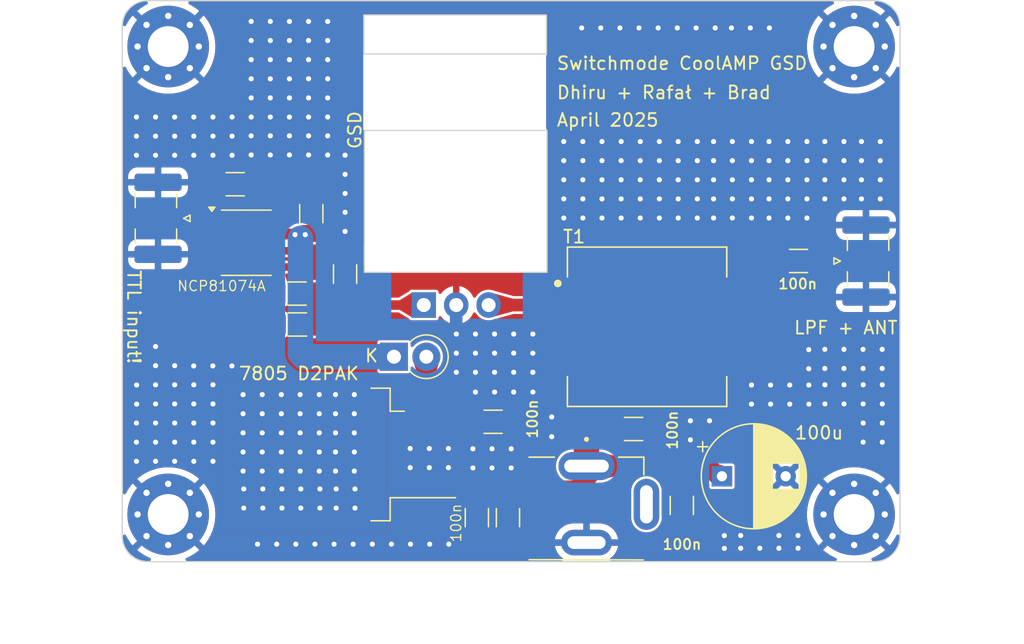
<source format=kicad_pcb>
(kicad_pcb (version 20241229) (generator "pcbnew") (generator_version "9.0")
  (layers (0 "F.Cu" signal) (2 "B.Cu" signal) (13 "F.Paste" user) (5 "F.SilkS" user "F.Silkscreen") (1 "F.Mask" user) (3 "B.Mask" user) (25 "Edge.Cuts" user))
  (net 0 "")
  (net 1 "GND")
  (net 2 "Net-(Q1-G)")
  (net 3 "/DRAIN")
  (net 4 "Net-(RF_OUT1-In)")
  (net 6 "Net-(RF_IN1-In)")
  (net 7 "Net-(C3-Pad2)")
  (net 8 "+VDC")
  (net 9 "4.5V")
  (net 10 "Net-(D1-A)")
  (net 11 "Net-(U2-OUTH)")
  (net 12 "Net-(U2-OUTL)")
  (footprint "Capacitor_SMD:C_1206_3216Metric_Pad1.33x1.80mm_HandSolder" (layer "F.Cu") (at 27.81 40.545986 -90)
    (property "Reference" "C2" (hide yes))
    (property "Value" "100n")
  )
  (footprint "MountingHole:MountingHole_3.2mm_M3_Pad_Via" (layer "F.Cu") (at 3.6 40.3)
    (property "Reference" "H3" (hide yes))
    (property "Value" "MountingHole_Pad" (hide yes))
  )
  (footprint "Connector_Coaxial:SMA_Samtec_SMA-J-P-H-ST-EM1_EdgeMount" (layer "F.Cu") (at 58.58 20.425)
    (property "Reference" "RF_OUT1" (hide yes))
    (property "Value" "SMA" (hide yes))
  )
  (footprint "Capacitor_SMD:C_1206_3216Metric_Pad1.33x1.80mm_HandSolder" (layer "F.Cu") (at 30.25 40.5525 -90)
    (property "Reference" "C12" (hide yes))
    (property "Value" "100n" (hide yes))
  )
  (footprint "footprints:XKB_DC-005-5A-2.0_Modded" (layer "F.Cu") (at 36.41 42.505 90)
    (property "Reference" "Power1" (hide yes))
    (property "Value" "DC-005 (Barrel Jack)" (hide yes))
  )
  (footprint "Resistor_SMD:R_1206_3216Metric_Pad1.30x1.75mm_HandSolder" (layer "F.Cu") (at 13.7 22.975)
    (property "Reference" "R4" (hide yes))
    (property "Value" "3.3" (hide yes))
  )
  (footprint "MountingHole:MountingHole_3.2mm_M3_Pad_Via" (layer "F.Cu") (at 57.4 40.3)
    (property "Reference" "H4" (hide yes))
    (property "Value" "MountingHole_Pad" (hide yes))
  )
  (footprint "PCM_Diode_THT_AKL:D_DO-41_SOD81_P2.54mm_Vertical_KathodeUp" (layer "F.Cu") (at 21.31 27.93)
    (property "Reference" "D1" (hide yes))
    (property "Value" "1N4007" (hide yes))
  )
  (footprint "Resistor_SMD:R_1206_3216Metric_Pad1.30x1.75mm_HandSolder" (layer "F.Cu") (at 17.475 21.45 -90)
    (property "Reference" "Rd1" (hide yes))
    (property "Value" "3.3" (hide yes))
  )
  (footprint "Connector_Coaxial:SMA_Samtec_SMA-J-P-H-ST-EM1_EdgeMount" (layer "F.Cu") (at 2.554 17.075 180)
    (property "Reference" "RF_IN1" (hide yes))
    (property "Value" "SMA" (hide yes))
  )
  (footprint "footprints:TO-220-3_Horizontal_TabDown" (layer "F.Cu") (at 23.65 23.875)
    (property "Reference" "Q1" (hide yes))
    (property "Value" "GSD" (hide yes))
  )
  (footprint "Capacitor_SMD:C_1206_3216Metric_Pad1.33x1.80mm_HandSolder" (layer "F.Cu") (at 8.85 14.4 180)
    (property "Reference" "C7" (hide yes))
    (property "Value" "10u" (hide yes))
  )
  (footprint "Capacitor_SMD:C_1206_3216Metric_Pad1.33x1.80mm_HandSolder" (layer "F.Cu") (at 53.0375 20.42 180)
    (property "Reference" "C3" (hide yes))
    (property "Value" "100n")
  )
  (footprint "Package_SO:SOIC-8_3.9x4.9mm_P1.27mm" (layer "F.Cu") (at 9.725 18.99)
    (property "Reference" "U2" (hide yes))
    (property "Value" "NCP81074ADR2G-Fixed" (hide yes))
  )
  (footprint "Capacitor_THT:CP_Radial_D8.0mm_P5.00mm" (layer "F.Cu") (at 47.032349 37.305)
    (property "Reference" "C6" (hide yes))
    (property "Value" "100u")
  )
  (footprint "footprints:IND_SRF1260A-4R7Y-Longer-Pads" (layer "F.Cu") (at 41.16 25.58)
    (property "Reference" "T1")
    (property "Value" "SRF1260A-4R7Y" (hide yes))
  )
  (footprint "MountingHole:MountingHole_3.2mm_M3_Pad_Via" (layer "F.Cu") (at 3.6 3.6)
    (property "Reference" "H1" (hide yes))
    (property "Value" "MountingHole_Pad" (hide yes))
  )
  (footprint "Capacitor_SMD:C_1206_3216Metric_Pad1.33x1.80mm_HandSolder" (layer "F.Cu") (at 43.885 39.5925 -90)
    (property "Reference" "C5" (hide yes))
    (property "Value" "100n")
  )
  (footprint "Capacitor_SMD:C_1206_3216Metric_Pad1.33x1.80mm_HandSolder" (layer "F.Cu") (at 29.085 33.03)
    (property "Reference" "C8" (hide yes))
    (property "Value" "100n")
  )
  (footprint "footprints:TO-263-2-bigger" (layer "F.Cu") (at 16.185 35.595 180)
    (property "Reference" "U1" (hide yes))
    (property "Value" "7805 D2PAK")
  )
  (footprint "Resistor_SMD:R_1206_3216Metric_Pad1.30x1.75mm_HandSolder" (layer "F.Cu") (at 13.725 25.4)
    (property "Reference" "R5" (hide yes))
    (property "Value" "3.3" (hide yes))
  )
  (footprint "Capacitor_SMD:C_1206_3216Metric_Pad1.33x1.80mm_HandSolder" (layer "F.Cu") (at 40.1 33.6)
    (property "Reference" "C10" (hide yes))
    (property "Value" "100n")
  )
  (footprint "MountingHole:MountingHole_3.2mm_M3_Pad_Via" (layer "F.Cu") (at 57.4 3.6)
    (property "Reference" "H2" (hide yes))
    (property "Value" "MountingHole_Pad" (hide yes))
  )
  (footprint "Capacitor_SMD:C_1206_3216Metric_Pad1.33x1.80mm_HandSolder" (layer "F.Cu") (at 14.825 16.7 90)
    (property "Reference" "C11" (hide yes))
    (property "Value" "100n" (hide yes))
  )
  (gr_rect (start 18.99 10.185) (end 33.31 21.31) (stroke (width 0.1)) (fill no) (layer "Edge.Cuts"))
  (gr_line (start 61 2) (end 61 42) (stroke (width 0.1)) (layer "Edge.Cuts"))
  (gr_arc (start 59 0) (mid 60.414214 0.585786) (end 61 2) (stroke (width 0.1)) (layer "Edge.Cuts"))
  (gr_line (start 2 0) (end 59 0) (stroke (width 0.1)) (layer "Edge.Cuts"))
  (gr_line (start 0 42) (end 0 2) (stroke (width 0.1)) (layer "Edge.Cuts"))
  (gr_arc (start 0 2) (mid 0.585786 0.585786) (end 2 0) (stroke (width 0.1)) (layer "Edge.Cuts"))
  (gr_rect (start 18.95 1.13) (end 33.27 4.18) (stroke (width 0.1)) (fill no) (layer "Edge.Cuts"))
  (gr_arc (start 2 44) (mid 0.585786 43.414214) (end 0 42) (stroke (width 0.1)) (layer "Edge.Cuts"))
  (gr_arc (start 61 42) (mid 60.414214 43.414214) (end 59 44) (stroke (width 0.1)) (layer "Edge.Cuts"))
  (gr_line (start 59 44) (end 2 44) (stroke (width 0.1)) (layer "Edge.Cuts"))
  (gr_text "LPF + ANT" (at 52.6 26.24 0) (layer "F.SilkS") (effects (font (size 1 1)) (justify left bottom)))
  (gr_text "NCP81074A" (at 4.25 22.85 0) (layer "F.SilkS") (effects (font (size 0.8 0.8) (thickness 0.1)) (justify left bottom)))
  (gr_text "TTL input!" (at 0.325 21.05 270) (layer "F.SilkS") (effects (font (size 1 1)) (justify left bottom)))
  (gr_text "Dhiru + Rafał + Brad" (at 34 7.79 0) (layer "F.SilkS") (effects (font (size 1 1)) (justify left bottom)))
  (gr_text "GSD" (at 18.825 11.725 90) (layer "F.SilkS") (effects (font (size 1 1)) (justify left bottom)))
  (gr_text "April 2025" (at 34 9.95 0) (layer "F.SilkS") (effects (font (size 1 1)) (justify left bottom)))
  (gr_text "Switchmode CoolAMP GSD" (at 34 5.5 0) (layer "F.SilkS") (effects (font (size 1 1)) (justify left bottom)))
  (via (at 14.61 4.63) (size 0.8) (drill 0.4) (layers "F.Cu" "B.Cu") (net 1))
  (via (at 10.975 33.9) (size 0.8) (drill 0.4) (layers "F.Cu" "B.Cu") (net 1))
  (via (at 26.2 27.65) (size 0.8) (drill 0.4) (layers "F.Cu" "B.Cu") (net 1))
  (via (at 16.775 39.8) (size 0.8) (drill 0.4) (layers "F.Cu" "B.Cu") (net 1))
  (via (at 16.725 30.9) (size 0.8) (drill 0.4) (layers "F.Cu" "B.Cu") (net 1))
  (via (at 56.61 31.63) (size 0.8) (drill 0.4) (layers "F.Cu" "B.Cu") (net 1))
  (via (at 12.525 38.3) (size 0.8) (drill 0.4) (layers "F.Cu" "B.Cu") (net 1))
  (via (at 44.56 32.95) (size 0.8) (drill 0.4) (layers "F.Cu" "B.Cu") (net 1))
  (via (at 26.2 26.15) (size 0.8) (drill 0.4) (layers "F.Cu" "B.Cu") (net 1))
  (via (at 16.11 6.13) (size 0.8) (drill 0.4) (layers "F.Cu" "B.Cu") (net 1))
  (via (at 13.11 4.63) (size 0.8) (drill 0.4) (layers "F.Cu" "B.Cu") (net 1))
  (via (at 37.625 15.55) (size 0.8) (drill 0.4) (layers "F.Cu" "B.Cu") (net 1))
  (via (at 13.11 7.63) (size 0.8) (drill 0.4) (layers "F.Cu" "B.Cu") (net 1))
  (via (at 16.11 1.63) (size 0.8) (drill 0.4) (layers "F.Cu" "B.Cu") (net 1))
  (via (at 13.11 12.105) (size 0.8) (drill 0.4) (layers "F.Cu" "B.Cu") (net 1))
  (via (at 18.2 36.9) (size 0.8) (drill 0.4) (layers "F.Cu" "B.Cu") (net 1))
  (via (at 59.45 11.05) (size 0.8) (drill 0.4) (layers "F.Cu" "B.Cu") (net 1))
  (via (at 48.5 41.95) (size 0.8) (drill 0.4) (layers "F.Cu" "B.Cu") (net 1))
  (via (at 7.1 28.65) (size 0.8) (drill 0.4) (layers "F.Cu" "B.Cu") (net 1))
  (via (at 37.625 14.05) (size 0.8) (drill 0.4) (layers "F.Cu" "B.Cu") (net 1))
  (via (at 50.85 30.15) (size 0.8) (drill 0.4) (layers "F.Cu" "B.Cu") (net 1))
  (via (at 30.7 29.15) (size 0.8) (drill 0.4) (layers "F.Cu" "B.Cu") (net 1))
  (via (at 10.11 7.63) (size 0.8) (drill 0.4) (layers "F.Cu" "B.Cu") (net 1))
  (via (at 7.11 12.13) (size 0.8) (drill 0.4) (layers "F.Cu" "B.Cu") (net 1))
  (via (at 10.11 10.605) (size 0.8) (drill 0.4) (layers "F.Cu" "B.Cu") (net 1))
  (via (at 42.125 17.05) (size 0.8) (drill 0.4) (layers "F.Cu" "B.Cu") (net 1))
  (via (at 16.11 12.105) (size 0.8) (drill 0.4) (layers "F.Cu" "B.Cu") (net 1))
  (via (at 55.1 15.55) (size 0.8) (drill 0.4) (layers "F.Cu" "B.Cu") (net 1))
  (via (at 53.84 27.37) (size 0.8) (drill 0.4) (layers "F.Cu" "B.Cu") (net 1))
  (via (at 24.08 36.63) (size 0.8) (drill 0.4) (layers "F.Cu" "B.Cu") (net 1))
  (via (at 36.125 12.55) (size 0.8) (drill 0.4) (layers "F.Cu" "B.Cu") (net 1))
  (via (at 12.11 42.63) (size 0.8) (drill 0.4) (layers "F.Cu" "B.Cu") (net 1))
  (via (at 53.7 15.55) (size 0.8) (drill 0.4) (layers "F.Cu" "B.Cu") (net 1))
  (via (at 45.1 11.05) (size 0.8) (drill 0.4) (layers "F.Cu" "B.Cu") (net 1))
  (via (at 36.125 17.05) (size 0.8) (drill 0.4) (layers "F.Cu" "B.Cu") (net 1))
  (via (at 25.58 35.13) (size 0.8) (drill 0.4) (layers "F.Cu" "B.Cu") (net 1))
  (via (at 11.61 7.63) (size 0.8) (drill 0.4) (layers "F.Cu" "B.Cu") (net 1))
  (via (at 18.2 32.4) (size 0.8) (drill 0.4) (layers "F.Cu" "B.Cu") (net 1))
  (via (at 27.5 36.65) (size 0.8) (drill 0.4) (layers "F.Cu" "B.Cu") (net 1))
  (via (at 42.125 11.05) (size 0.8) (drill 0.4) (layers "F.Cu" "B.Cu") (net 1))
  (via (at 49.35 30.15) (size 0.8) (drill 0.4) (layers "F.Cu" "B.Cu") (net 1))
  (via (at 47.78 2.14) (size 0.8) (drill 0.4) (layers "F.Cu" "B.Cu") (net 1))
  (via (at 16.11 9.13) (size 0.8) (drill 0.4) (layers "F.Cu" "B.Cu") (net 1))
  (via (at 36.125 14.05) (size 0.8) (drill 0.4) (layers "F.Cu" "B.Cu") (net 1))
  (via (at 52.35 31.65) (size 0.8) (drill 0.4) (layers "F.Cu" "B.Cu") (net 1))
  (via (at 9.525 39.8) (size 0.8) (drill 0.4) (layers "F.Cu" "B.Cu") (net 1))
  (via (at 53.7 12.55) (size 0.8) (drill 0.4) (layers "F.Cu" "B.Cu") (net 1))
  (via (at 22.61 42.63) (size 0.8) (drill 0.4) (layers "F.Cu" "B.Cu") (net 1))
  (via (at 46.375 14.05) (size 0.8) (drill 0.4) (layers "F.Cu" "B.Cu") (net 1))
  (via (at 29.2 26.15) (size 0.8) (drill 0.4) (layers "F.Cu" "B.Cu") (net 1))
  (via (at 36.125 11.05) (size 0.8) (drill 0.4) (layers "F.Cu" "B.Cu") (net 1))
  (via (at 47.22 42.96) (size 0.8) (drill 0.4) (layers "F.Cu" "B.Cu") (net 1))
  (via (at 5.61 36.13) (size 0.8) (drill 0.4) (layers "F.Cu" "B.Cu") (net 1))
  (via (at 36.125 15.55) (size 0.8) (drill 0.4) (layers "F.Cu" "B.Cu") (net 1))
  (via (at 7.11 10.63) (size 0.8) (drill 0.4) (layers "F.Cu" "B.Cu") (net 1))
  (via (at 14.61 1.63) (size 0.8) (drill 0.4) (layers "F.Cu" "B.Cu") (net 1))
  (via (at 52.2 11.05) (size 0.8) (drill 0.4) (layers "F.Cu" "B.Cu") (net 1))
  (via (at 4.11 36.13) (size 0.8) (drill 0.4) (layers "F.Cu" "B.Cu") (net 1))
  (via (at 7.11 31.63) (size 0.8) (drill 0.4) (layers "F.Cu" "B.Cu") (net 1))
  (via (at 13.11 3.13) (size 0.8) (drill 0.4) (layers "F.Cu" "B.Cu") (net 1))
  (via (at 52.2 15.55) (size 0.8) (drill 0.4) (layers "F.Cu" "B.Cu") (net 1))
  (via (at 24.11 42.63) (size 0.8) (drill 0.4) (layers "F.Cu" "B.Cu") (net 1))
  (via (at 4.11 33.13) (size 0.8) (drill 0.4) (layers "F.Cu" "B.Cu") (net 1))
  (via (at 55.11 30.13) (size 0.8) (drill 0.4) (layers "F.Cu" "B.Cu") (net 1))
  (via (at 13.61 42.63) (size 0.8) (drill 0.4) (layers "F.Cu" "B.Cu") (net 1))
  (via (at 47.85 11.05) (size 0.8) (drill 0.4) (layers "F.Cu" "B.Cu") (net 1))
  (via (at 46.375 15.55) (size 0.8) (drill 0.4) (layers "F.Cu" "B.Cu") (net 1))
  (via (at 34.625 12.55) (size 0.8) (drill 0.4) (layers "F.Cu" "B.Cu") (net 1))
  (via (at 14.61 12.105) (size 0.8) (drill 0.4) (layers "F.Cu" "B.Cu") (net 1))
  (via (at 39.125 17.05) (size 0.8) (drill 0.4) (layers "F.Cu" "B.Cu") (net 1))
  (via (at 16.725 36.9) (size 0.8) (drill 0.4) (layers "F.Cu" "B.Cu") (net 1))
  (via (at 34.625 11.05) (size 0.8) (drill 0.4) (layers "F.Cu" "B.Cu") (net 1))
  (via (at 32.2 27.65) (size 0.8) (drill 0.4) (layers "F.Cu" "B.Cu") (net 1))
  (via (at 56.6 28.85) (size 0.8) (drill 0.4) (layers "F.Cu" "B.Cu") (net 1))
  (via (at 43.6 17.05) (size 0.8) (drill 0.4) (layers "F.Cu" "B.Cu") (net 1))
  (via (at 40.625 12.55) (size 0.8) (drill 0.4) (layers "F.Cu" "B.Cu") (net 1))
  (via (at 46.375 11.05) (size 0.8) (drill 0.4) (layers "F.Cu" "B.Cu") (net 1))
  (via (at 10.11 6.13) (size 0.8) (drill 0.4) (layers "F.Cu" "B.Cu") (net 1))
  (via (at 45.1 15.55) (size 0.8) (drill 0.4) (layers "F.Cu" "B.Cu") (net 1))
  (via (at 57.975 14.05) (size 0.8) (drill 0.4) (layers "F.Cu" "B.Cu") (net 1))
  (via (at 58.11 31.63) (size 0.8) (drill 0.4) (layers "F.Cu" "B.Cu") (net 1))
  (via (at 50.725 17.05) (size 0.8) (drill 0.4) (layers "F.Cu" "B.Cu") (net 1))
  (via (at 55.1 27.35) (size 0.8) (drill 0.4) (layers "F.Cu" "B.Cu") (net 1))
  (via (at 49.255 2.14) (size 0.8) (drill 0.4) (layers "F.Cu" "B.Cu") (net 1))
  (via (at 46.06 32.95) (size 0.8) (drill 0.4) (layers "F.Cu" "B.Cu") (net 1))
  (via (at 58.11 33.13) (size 0.8) (drill 0.4) (layers "F.Cu" "B.Cu") (net 1))
  (via (at 11.61 6.13) (size 0.8) (drill 0.4) (layers "F.Cu" "B.Cu") (net 1))
  (via (at 49.35 11.05) (size 0.8) (drill 0.4) (layers "F.Cu" "B.Cu") (net 1))
  (via (at 15.45 32.4) (size 0.8) (drill 0.4) (layers "F.Cu" "B.Cu") (net 1))
  (via (at 16.725 35.4) (size 0.8) (drill 0.4) (layers "F.Cu" "B.Cu") (net 1))
  (via (at 30.7 26.15) (size 0.8) (drill 0.4) (layers "F.Cu" "B.Cu") (net 1))
  (via (at 56.6 27.35) (size 0.8) (drill 0.4) (layers "F.Cu" "B.Cu") (net 1))
  (via (at 21.11 42.63) (size 0.8) (drill 0.4) (layers "F.Cu" "B.Cu") (net 1))
  (via (at 5.61 30.13) (size 0.8) (drill 0.4) (layers "F.Cu" "B.Cu") (net 1))
  (via (at 39.125 11.05) (size 0.8) (drill 0.4) (layers "F.Cu" "B.Cu") (net 1))
  (via (at 10.11 9.13) (size 0.8) (drill 0.4) (layers "F.Cu" "B.Cu") (net 1))
  (via (at 27.5 35.15) (size 0.8) (drill 0.4) (layers "F.Cu" "B.Cu") (net 1))
  (via (at 13.11 6.13) (size 0.8) (drill 0.4) (layers "F.Cu" "B.Cu") (net 1))
  (via (at 42.03 2.14) (size 0.8) (drill 0.4) (layers "F.Cu" "B.Cu") (net 1))
  (via (at 12.475 30.9) (size 0.8) (drill 0.4) (layers "F.Cu" "B.Cu") (net 1))
  (via (at 48.5 42.95) (size 0.8) (drill 0.4) (layers "F.Cu" "B.Cu") (net 1))
  (via (at 5.6 28.65) (size 0.8) (drill 0.4) (layers "F.Cu" "B.Cu") (net 1))
  (via (at 29.2 27.65) (size 0.8) (drill 0.4) (layers "F.Cu" "B.Cu") (net 1))
  (via (at 7.11 36.13) (size 0.8) (drill 0.4) (layers "F.Cu" "B.Cu") (net 1))
  (via (at 4.11 31.63) (size 0.8) (drill 0.4) (layers "F.Cu" "B.Cu") (net 1))
  (via (at 59.61 31.63) (size 0.8) (drill 0.4) (layers "F.Cu" "B.Cu") (net 1))
  (via (at 5.61 33.13) (size 0.8) (drill 0.4) (layers "F.Cu" "B.Cu") (net 1))
  (via (at 37.625 17.05) (size 0.8) (drill 0.4) (layers "F.Cu" "B.Cu") (net 1))
  (via (at 10.975 32.4) (size 0.8) (drill 0.4) (layers "F.Cu" "B.Cu") (net 1))
  (via (at 11.61 3.13) (size 0.8) (drill 0.4) (layers "F.Cu" "B.Cu") (net 1))
  (via (at 46.375 12.55) (size 0.8) (drill 0.4) (layers "F.Cu" "B.Cu") (net 1))
  (via (at 30.7 30.7) (size 0.8) (drill 0.4) (layers "F.Cu" "B.Cu") (net 1))
  (via (at 32.2 30.7) (size 0.8) (drill 0.4) (layers "F.Cu" "B.Cu") (net 1))
  (via (at 14.61 9.13) (size 0.8) (drill 0.4) (layers "F.Cu" "B.Cu") (net 1))
  (via (at 52.35 30.15) (size 0.8) (drill 0.4) (layers "F.Cu" "B.Cu") (net 1))
  (via (at 50.725 11.05) (size 0.8) (drill 0.4) (layers "F.Cu" "B.Cu") (net 1))
  (via (at 53 42.95) (size 0.8) (drill 0.4) (layers "F.Cu" "B.Cu") (net 1))
  (via (at 13.11 1.63) (size 0.8) (drill 0.4) (layers "F.Cu" "B.Cu") (net 1))
  (via (at 13.95 35.4) (size 0.8) (drill 0.4) (layers "F.Cu" "B.Cu") (net 1))
  (via (at 11.61 12.105) (size 0.8) (drill 0.4) (layers "F.Cu" "B.Cu") (net 1))
  (via (at 4.11 28.63) (size 0.8) (drill 0.4) (layers "F.Cu" "B.Cu") (net 1))
  (via (at 24.08 35.13) (size 0.8) (drill 0.4) (layers "F.Cu" "B.Cu") (net 1))
  (via (at 32.2 26.15) (size 0.8) (drill 0.4) (layers "F.Cu" "B.Cu") (net 1))
  (via (at 15.5 39.8) (size 0.8) (drill 0.4) (layers "F.Cu" "B.Cu") (net 1))
  (via (at 12.525 39.8) (size 0.8) (drill 0.4) (layers "F.Cu" "B.Cu") (net 1))
  (via (at 14.61 6.13) (size 0.8) (drill 0.4) (layers "F.Cu" "B.Cu") (net 1))
  (via (at 30.5 35.15) (size 0.8) (drill 0.4) (layers "F.Cu" "B.Cu") (net 1))
  (via (at 10.975 30.9) (size 0.8) (drill 0.4) (layers "F.Cu" "B.Cu") (net 1))
  (via (at 58.1 27.35) (size 0.8) (drill 0.4) (layers "F.Cu" "B.Cu") (net 1))
  (via (at 18.2 33.9) (size 0.8) (drill 0.4) (layers "F.Cu" "B.Cu") (net 1))
  (via (at 10.11 1.63) (size 0.8) (drill 0.4) (layers "F.Cu" "B.Cu") (net 1))
  (via (at 53 41.95) (size 0.8) (drill 0.4) (layers "F.Cu" "B.Cu") (net 1))
  (via (at 32.2 29.15) (size 0.8) (drill 0.4) (layers "F.Cu" "B.Cu") (net 1))
  (via (at 56.6 11.05) (size 0.8) (drill 0.4) (layers "F.Cu" "B.Cu") (net 1))
  (via (at 11.61 9.13) (size 0.8) (drill 0.4) (layers "F.Cu" "B.Cu") (net 1))
  (via (at 25.61 42.63) (size 0.8) (drill 0.4) (layers "F.Cu" "B.Cu") (net 1))
  (via (at 51.5 41.95) (size 0.8) (drill 0.4) (layers "F.Cu" "B.Cu") (net 1))
  (via (at 13.95 30.9) (size 0.8) (drill 0.4) (layers "F.Cu" "B.Cu") (net 1))
  (via (at 8.61 12.13) (size 0.8) (drill 0.4) (layers "F.Cu" "B.Cu") (net 1))
  (via (at 59.45 15.55) (size 0.8) (drill 0.4) (layers "F.Cu" "B.Cu") (net 1))
  (via (at 55.1 28.85) (size 0.8) (drill 0.4) (layers "F.Cu" "B.Cu") (net 1))
  (via (at 16.725 32.4) (size 0.8) (drill 0.4) (layers "F.Cu" "B.Cu") (net 1))
  (via (at 12.475 33.9) (size 0.8) (drill 0.4) (layers "F.Cu" "B.Cu") (net 1))
  (via (at 4.11 34.63) (size 0.8) (drill 0.4) (layers "F.Cu" "B.Cu") (net 1))
  (via (at 40.625 17.05) (size 0.8) (drill 0.4) (layers "F.Cu" "B.Cu") (net 1))
  (via (at 9.475 30.9) (size 0.8) (drill 0.4) (layers "F.Cu" "B.Cu") (net 1))
  (via (at 42.125 12.55) (size 0.8) (drill 0.4) (layers "F.Cu" "B.Cu") (net 1))
  (via (at 1.11 10.63) (size 0.8) (drill 0.4) (layers "F.Cu" "B.Cu") (net 1))
  (via (at 37.625 11.05) (size 0.8) (drill 0.4) (layers "F.Cu" "B.Cu") (net 1))
  (via (at 1.125 31.65) (size 0.8) (drill 0.4) (layers "F.Cu" "B.Cu") (net 1))
  (via (at 43.6 14.05) (size 0.8) (drill 0.4) (layers "F.Cu" "B.Cu") (net 1))
  (via (at 27.7 26.15) (size 0.8) (drill 0.4) (layers "F.Cu" "B.Cu") (net 1))
  (via (at 59.6 28.85) (size 0.8) (drill 0.4) (layers "F.Cu" "B.Cu") (net 1))
  (via (at 16.61 42.63) (size 0.8) (drill 0.4) (layers "F.Cu" "B.Cu") (net 1))
  (via (at 15.11 42.63) (size 0.8) (drill 0.4) (layers "F.Cu" "B.Cu") (net 1))
  (via (at 49.35 12.55) (size 0.8) (drill 0.4) (layers "F.Cu" "B.Cu") (net 1))
  (via (at 9.475 36.9) (size 0.8) (drill 0.4) (layers "F.Cu" "B.Cu") (net 1))
  (via (at 17.475 12.125) (size 0.8) (drill 0.4) (layers "F.Cu" "B.Cu") (net 1))
  (via (at 7.11 33.13) (size 0.8) (drill 0.4) (layers "F.Cu" "B.Cu") (net 1))
  (via (at 50 42.95) (size 0.8) (drill 0.4) (layers "F.Cu" "B.Cu") (net 1))
  (via (at 52.2 17.05) (size 0.8) (drill 0.4) (layers "F.Cu" "B.Cu") (net 1))
  (via (at 15.5 38.3) (size 0.8) (drill 0.4) (layers "F.Cu" "B.Cu") (net 1))
  (via (at 9.475 32.4) (size 0.8) (drill 0.4) (layers "F.Cu" "B.Cu") (net 1))
  (via (at 17.475 15.125) (size 0.8) (drill 0.4) (layers "F.Cu" "B.Cu") (net 1))
  (via (at 53.84 28.87) (size 0.8) (drill 0.4) (layers "F.Cu" "B.Cu") (net 1))
  (via (at 2.61 9.13) (size 0.8) (drill 0.4) (layers "F.Cu" "B.Cu") (net 1))
  (via (at 36.03 2.14) (size 0.8) (drill 0.4) (layers "F.Cu" "B.Cu") (net 1))
  (via (at 10.11 12.105) (size 0.8) (drill 0.4) (layers "F.Cu" "B.Cu") (net 1))
  (via (at 5.61 9.13) (size 0.8) (drill 0.4) (layers "F.Cu" "B.Cu") (net 1))
  (via (at 40.625 15.55) (size 0.8) (drill 0.4) (layers "F.Cu" "B.Cu") (net 1))
  (via (at 42.125 14.05) (size 0.8) (drill 0.4) (layers "F.Cu" "B.Cu") (net 1))
  (via (at 1.125 30.15) (size 0.8) (drill 0.4) (layers "F.Cu" "B.Cu") (net 1))
  (via (at 40.625 11.05) (size 0.8) (drill 0.4) (layers "F.Cu" "B.Cu") (net 1))
  (via (at 25.58 36.63) (size 0.8) (drill 0.4) (layers "F.Cu" "B.Cu") (net 1))
  (via (at 14.61 10.605) (size 0.8) (drill 0.4) (layers "F.Cu" "B.Cu") (net 1))
  (via (at 13.11 10.605) (size 0.8) (drill 0.4) (layers "F.Cu" "B.Cu") (net 1))
  (via (at 39.03 2.14) (size 0.8) (drill 0.4) (layers "F.Cu" "B.Cu") (net 1))
  (via (at 57.975 12.55) (size 0.8) (drill 0.4) (layers "F.Cu" "B.Cu") (net 1))
  (via (at 45.1 17.05) (size 0.8) (drill 0.4) (layers "F.Cu" "B.Cu") (net 1))
  (via (at 16.11 4.63) (size 0.8) (drill 0.4) (layers "F.Cu" "B.Cu") (net 1))
  (via (at 55.1 14.05) (size 0.8) (drill 0.4) (layers "F.Cu" "B.Cu") (net 1))
  (via (at 51.5 42.95) (size 0.8) (drill 0.4) (layers "F.Cu" "B.Cu") (net 1))
  (via (at 7.11 9.13) (size 0.8) (drill 0.4) (layers "F.Cu" "B.Cu") (net 1))
  (via (at 2.61 34.63) (size 0.8) (drill 0.4) (layers "F.Cu" "B.Cu") (net 1))
  (via (at 8.61 9.13) (size 0.8) (drill 0.4) (layers "F.Cu" "B.Cu") (net 1))
  (via (at 59.45 12.55) (size 0.8) (drill 0.4) (layers "F.Cu" "B.Cu") (net 1))
  (via (at 1.11 36.13) (size 0.8) (drill 0.4) (layers "F.Cu" "B.Cu") (net 1))
  (via (at 5.61 31.63) (size 0.8) (drill 0.4) (layers "F.Cu" "B.Cu") (net 1))
  (via (at 34.625 15.55) (size 0.8) (drill 0.4) (layers "F.Cu" "B.Cu") (net 1))
  (via (at 17.475 13.625) (size 0.8) (drill 0.4) (layers "F.Cu" "B.Cu") (net 1))
  (via (at 1.11 34.63) (size 0.8) (drill 0.4) (layers "F.Cu" "B.Cu") (net 1))
  (via (at 9.525 38.3) (size 0.8) (drill 0.4) (layers "F.Cu" "B.Cu") (net 1))
  (via (at 2.61 28.63) (size 0.8) (drill 0.4) (layers "F.Cu" "B.Cu") (net 1))
  (via (at 59.45 14.05) (size 0.8) (drill 0.4) (layers "F.Cu" "B.Cu") (net 1))
  (via (at 56.6 14.05) (size 0.8) (drill 0.4) (layers "F.Cu" "B.Cu") (net 1))
  (via (at 42.125 15.55) (size 0.8) (drill 0.4) (layers "F.Cu" "B.Cu") (net 1))
  (via (at 43.6 11.05) (size 0.8) (drill 0.4) (layers "F.Cu" "B.Cu") (net 1))
  (via (at 50.725 15.55) (size 0.8) (drill 0.4) (layers "F.Cu" "B.Cu") (net 1))
  (via (at 58.11 30.13) (size 0.8) (drill 0.4) (layers "F.Cu" "B.Cu") (net 1))
  (via (at 39.125 15.55) (size 0.8) (drill 0.4) (layers "F.Cu" "B.Cu") (net 1))
  (via (at 27.7 30.7) (size 0.8) (drill 0.4) (layers "F.Cu" "B.Cu") (net 1))
  (via (at 45.1 14.05) (size 0.8) (drill 0.4) (layers "F.Cu" "B.Cu") (net 1))
  (via (at 8.6 28.65) (size 0.8) (drill 0.4) (layers "F.Cu" "B.Cu") (net 1))
  (via (at 47.85 17.05) (size 0.8) (drill 0.4) (layers "F.Cu" "B.Cu") (net 1))
  (via (at 12.475 32.4) (size 0.8) (drill 0.4) (layers "F.Cu" "B.Cu") (net 1))
  (via (at 12.475 36.9) (size 0.8) (drill 0.4) (layers "F.Cu" "B.Cu") (net 1))
  (via (at 49.35 17.05) (size 0.8) (drill 0.4) (layers "F.Cu" "B.Cu") (net 1))
  (via (at 11.025 38.3) (size 0.8) (drill 0.4) (layers "F.Cu" "B.Cu") (net 1))
  (via (at 43.6 15.55) (size 0.8) (drill 0.4) (layers "F.Cu" "B.Cu") (net 1))
  (via (at 59.6 27.35) (size 0.8) (drill 0.4) (layers "F.Cu" "B.Cu") (net 1))
  (via (at 18.25 39.8) (size 0.8) (drill 0.4) (layers "F.Cu" "B.Cu") (net 1))
  (via (at 33.68 32.65) (size 0.8) (drill 0.4) (layers "F.Cu" "B.Cu") (net 1))
  (via (at 16.775 38.3) (size 0.8) (drill 0.4) (layers "F.Cu" "B.Cu") (net 1))
  (via (at 8.61 10.63) (size 0.8) (drill 0.4) (layers "F.Cu" "B.Cu") (net 1))
  (via (at 9.475 33.9) (size 0.8) (drill 0.4) (layers "F.Cu" "B.Cu") (net 1))
  (via (at 49.35 15.55) (size 0.8) (drill 0.4) (layers "F.Cu" "B.Cu") (net 1))
  (via (at 14.61 7.63) (size 0.8) (drill 0.4) (layers "F.Cu" "B.Cu") (net 1))
  (via (at 1.11 12.13) (size 0.8) (drill 0.4) (layers "F.Cu" "B.Cu") (net 1))
  (via (at 29 36.65) (size 0.8) (drill 0.4) (layers "F.Cu" "B.Cu") (net 1))
  (via (at 16.11 3.13) (size 0.8) (drill 0.4) (layers "F.Cu" "B.Cu") (net 1))
  (via (at 53.7 14.05) (size 0.8) (drill 0.4) (layers "F.Cu" "B.Cu") (net 1))
  (via (at 5.61 34.63) (size 0.8) (drill 0.4) (layers "F.Cu" "B.Cu") (net 1))
  (via (at 43.53 2.14) (size 0.8) (drill 0.4) (layers "F.Cu" "B.Cu") (net 1))
  (via (at 30.5 36.65) (size 0.8) (drill 0.4) (layers "F.Cu" "B.Cu") (net 1))
  (via (at 22.58 35.13) (size 0.8) (drill 0.4) (layers "F.Cu" "B.Cu") (net 1))
  (via (at 57.975 15.55) (size 0.8) (drill 0.4) (layers "F.Cu" "B.Cu") (net 1))
  (via (at 18.25 38.3) (size 0.8) (drill 0.4) (layers "F.Cu" "B.Cu") (net 1))
  (via (at 57.975 11.05) (size 0.8) (drill 0.4) (layers "F.Cu" "B.Cu") (net 1))
  (via (at 18.2 30.9) (size 0.8) (drill 0.4) (layers "F.Cu" "B.Cu") (net 1))
  (via (at 46.375 17.05) (size 0.8) (drill 0.4) (layers "F.Cu" "B.Cu") (net 1))
  (via (at 30.7 27.65) (size 0.8) (drill 0.4) (layers "F.Cu" "B.Cu") (net 1))
  (via (at 29 35.15) (size 0.8) (drill 0.4) (layers "F.Cu" "B.Cu") (net 1))
  (via (at 10.11 4.63) (size 0.8) (drill 0.4) (layers "F.Cu" "B.Cu") (net 1))
  (via (at 11.61 1.63) (size 0.8) (drill 0.4) (layers "F.Cu" "B.Cu") (net 1))
  (via (at 11.025 39.8) (size 0.8) (drill 0.4) (layers "F.Cu" "B.Cu") (net 1))
  (via (at 13.11 9.13) (size 0.8) (drill 0.4) (layers "F.Cu" "B.Cu") (net 1))
  (via (at 10.975 35.4) (size 0.8) (drill 0.4) (layers "F.Cu" "B.Cu") (net 1))
  (via (at 11.61 10.605) (size 0.8) (drill 0.4) (layers "F.Cu" "B.Cu") (net 1))
  (via (at 52.2 12.55) (size 0.8) (drill 0.4) (layers "F.Cu" "B.Cu") (net 1))
  (via (at 56.6 15.55) (size 0.8) (drill 0.4) (layers "F.Cu" "B.Cu") (net 1))
  (via (at 2.61 12.13) (size 0.8) (drill 0.4) (layers "F.Cu" "B.Cu") (net 1))
  (via (at 1.11 9.13) (size 0.8) (drill 0.4) (layers "F.Cu" "B.Cu") (net 1))
  (via (at 50.85 31.65) (size 0.8) (drill 0.4) (layers "F.Cu" "B.Cu") (net 1))
  (via (at 39.125 14.05) (size 0.8) (drill 0.4) (layers "F.Cu" "B.Cu") (net 1))
  (via (at 37.53 2.14) (size 0.8) (drill 0.4) (layers "F.Cu" "B.Cu") (net 1))
  (via (at 18.2 35.4) (size 0.8) (drill 0.4) (layers "F.Cu" "B.Cu") (net 1))
  (via (at 47.22 41.96) (size 0.8) (drill 0.4) (layers "F.Cu" "B.Cu") (net 1))
  (via (at 13.95 36.9) (size 0.8) (drill 0.4) (layers "F.Cu" "B.Cu") (net 1))
  (via (at 10.975 36.9) (size 0.8) (drill 0.4) (layers "F.Cu" "B.Cu") (net 1))
  (via (at 39.125 12.55) (size 0.8) (drill 0.4) (layers "F.Cu" "B.Cu") (net 1))
  (via (at 53.7 17.05) (size 0.8) (drill 0.4) (layers "F.Cu" "B.Cu") (net 1))
  (via (at 19.61 42.63) (size 0.8) (drill 0.4) (layers "F.Cu" "B.Cu") (net 1))
  (via (at 56.6 12.55) (size 0.8) (drill 0.4) (layers "F.Cu" "B.Cu") (net 1))
  (via (at 22.58 36.63) (size 0.8) (drill 0.4) (layers "F.Cu" "B.Cu") (net 1))
  (via (at 43.6 12.55) (size 0.8) (drill 0.4) (layers "F.Cu" "B.Cu") (net 1))
  (via (at 27.7 29.15) (size 0.8) (drill 0.4) (layers "F.Cu" "B.Cu") (net 1))
  (via (at 2.61 33.13) (size 0.8) (drill 0.4) (layers "F.Cu" "B.Cu") (net 1))
  (via (at 15.45 33.9) (size 0.8) (drill 0.4) (layers "F.Cu" "B.Cu") (net 1))
  (via (at 58.1 28.85) (size 0.8) (drill 0.4) (layers "F.Cu" "B.Cu") (net 1))
  (via (at 47.85 12.55) (size 0.8) (drill 0.4) (layers "F.Cu" "B.Cu") (net 1))
  (via (at 55.1 11.05) (size 0.8) (drill 0.4) (layers "F.Cu" "B.Cu") (net 1))
  (via (at 34.625 14.05) (size 0.8) (drill 0.4) (layers "F.Cu" "B.Cu") (net 1))
  (via (at 10.61 42.63) (size 0.8) (drill 0.4) (layers "F.Cu" "B.Cu") (net 1))
  (via (at 16.11 10.605) (size 0.8) (drill 0.4) (layers "F.Cu" "B.Cu") (net 1))
  (via (at 27.7 27.65) (size 0.8) (drill 0.4) (layers "F.Cu" "B.Cu") (net 1))
  (via (at 40.625 14.05) (size 0.8) (drill 0.4) (layers "F.Cu" "B.Cu") (net 1))
  (via (at 53.85 30.15) (size 0.8) (drill 0.4) (layers "F.Cu" "B.Cu") (net 1))
  (via (at 7.11 30.13) (size 0.8) (drill 0.4) (layers "F.Cu" "B.Cu") (net 1))
  (via (at 16.11 7.63) (size 0.8) (drill 0.4) (layers "F.Cu" "B.Cu") (net 1))
  (via (at 16.725 33.9) (size 0.8) (drill 0.4) (layers "F.Cu" "B.Cu") (net 1))
  (via (at 50.755 2.14) (size 0.8) (drill 0.4) (layers "F.Cu" "B.Cu") (net 1))
  (via (at 7.11 34.63) (size 0.8) (drill 0.4) (layers "F.Cu" "B.Cu") (net 1))
  (via (at 2.61 10.63) (size 0.8) (drill 0.4) (layers "F.Cu" "B.Cu") (net 1))
  (via (at 1.11 33.13) (size 0.8) (drill 0.4) (layers "F.Cu" "B.Cu") (net 1))
  (via (at 49.35 14.05) (size 0.8) (drill 0.4) (layers "F.Cu" "B.Cu") (net 1))
  (via (at 2.61 31.63) (size 0.8) (drill 0.4) (layers "F.Cu" "B.Cu") (net 1))
  (via (at 17.475 18.1) (size 0.8) (drill 0.4) (layers "F.Cu" "B.Cu") (net 1))
  (via (at 40.53 2.14) (size 0.8) (drill 0.4) (layers "F.Cu" "B.Cu") (net 1))
  (via (at 10.11 3.13) (size 0.8) (drill 0.4) (layers "F.Cu" "B.Cu") (net 1))
  (via (at 44.56 34.45) (size 0.8) (drill 0.4) (layers "F.Cu" "B.Cu") (net 1))
  (via (at 15.45 35.4) (size 0.8) (drill 0.4) (layers "F.Cu" "B.Cu") (net 1))
  (via (at 26.2 29.15) (size 0.8) (drill 0.4) (layers "F.Cu" "B.Cu") (net 1))
  (via (at 4.11 12.13) (size 0.8) (drill 0.4) (layers "F.Cu" "B.Cu") (net 1))
  (via (at 46.505 2.14) (size 0.8) (drill 0.4) (layers "F.Cu" "B.Cu") (net 1))
  (via (at 15.45 30.9) (size 0.8) (drill 0.4) (layers "F.Cu" "B.Cu") (net 1))
  (via (at 53.85 31.65) (size 0.8) (drill 0.4) (layers "F.Cu" "B.Cu") (net 1))
  (via (at 11.61 4.63) (size 0.8) (drill 0.4) (layers "F.Cu" "B.Cu") (net 1))
  (via (at 14 38.3) (size 0.8) (drill 0.4) (layers "F.Cu" "B.Cu") (net 1))
  (via (at 37.625 12.55) (size 0.8) (drill 0.4) (layers "F.Cu" "B.Cu") (net 1))
  (via (at 13.95 33.9) (size 0.8) (drill 0.4) (layers "F.Cu" "B.Cu") (net 1))
  (via (at 59.61 33.13) (size 0.8) (drill 0.4) (layers "F.Cu" "B.Cu") (net 1))
  (via (at 56.61 30.13) (size 0.8) (drill 0.4) (layers "F.Cu" "B.Cu") (net 1))
  (via (at 14.61 3.13) (size 0.8) (drill 0.4) (layers "F.Cu" "B.Cu") (net 1))
  (via (at 52.2 14.05) (size 0.8) (drill 0.4) (layers "F.Cu" "B.Cu") (net 1))
  (via (at 45.1 12.55) (size 0.8) (drill 0.4) (layers "F.Cu" "B.Cu") (net 1))
  (via (at 4.11 30.13) (size 0.8) (drill 0.4) (layers "F.Cu" "B.Cu") (net 1))
  (via (at 5.61 10.63) (size 0.8) (drill 0.4) (layers "F.Cu" "B.Cu") (net 1))
  (via (at 59.61 30.13) (size 0.8) (drill 0.4) (layers "F.Cu" "B.Cu") (net 1))
  (via (at 34.625 17.05) (size 0.8) (drill 0.4) (layers "F.Cu" "B.Cu") (net 1))
  (via (at 5.61 12.13) (size 0.8) (drill 0.4) (layers "F.Cu" "B.Cu") (net 1))
  (via (at 2.61 30.13) (size 0.8) (drill 0.4) (layers "F.Cu" "B.Cu") (net 1))
  (via (at 2.61 27.13) (size 0.8) (drill 0.4) (layers "F.Cu" "B.Cu") (net 1))
  (via (at 53.7 11.05) (size 0.8) (drill 0.4) (layers "F.Cu" "B.Cu") (net 1))
  (via (at 47.85 14.05) (size 0.8) (drill 0.4) (layers "F.Cu" "B.Cu") (net 1))
  (via (at 50.725 12.55) (size 0.8) (drill 0.4) (layers "F.Cu" "B.Cu") (net 1))
  (via (at 33.68 34.2) (size 0.8) (drill 0.4) (layers "F.Cu" "B.Cu") (net 1))
  (via (at 17.475 16.6) (size 0.8) (drill 0.4) (layers "F.Cu" "B.Cu") (net 1))
  (via (at 4.11 10.63) (size 0.8) (drill 0.4) (layers "F.Cu" "B.Cu") (net 1))
  (via (at 4.11 9.13) (size 0.8) (drill 0.4) (layers "F.Cu" "B.Cu") (net 1))
  (via (at 29.2 30.7) (size 0.8) (drill 0.4) (layers "F.Cu" "B.Cu") (net 1))
  (via (at 13.95 32.4) (size 0.8) (drill 0.4) (layers "F.Cu" "B.Cu") (net 1))
  (via (at 15.45 36.9) (size 0.8) (drill 0.4) (layers "F.Cu" "B.Cu") (net 1))
  (via (at 29.2 29.15) (size 0.8) (drill 0.4) (layers "F.Cu" "B.Cu") (net 1))
  (via (at 55.11 31.63) (size 0.8) (drill 0.4) (layers "F.Cu" "B.Cu") (net 1))
  (via (at 50.725 14.05) (size 0.8) (drill 0.4) (layers "F.Cu" "B.Cu") (net 1))
  (via (at 12.475 35.4) (size 0.8) (drill 0.4) (layers "F.Cu" "B.Cu") (net 1))
  (via (at 18.11 42.63) (size 0.8) (drill 0.4) (layers "F.Cu" "B.Cu") (net 1))
  (via (at 49.35 31.65) (size 0.8) (drill 0.4) (layers "F.Cu" "B.Cu") (net 1))
  (via (at 55.1 12.55) (size 0.8) (drill 0.4) (layers "F.Cu" "B.Cu") (net 1))
  (via (at 45.005 2.14) (size 0.8) (drill 0.4) (layers "F.Cu" "B.Cu") (net 1))
  (via (at 59.61 34.63) (size 0.8) (drill 0.4) (layers "F.Cu" "B.Cu") (net 1))
  (via (at 9.475 35.4) (size 0.8) (drill 0.4) (layers "F.Cu" "B.Cu") (net 1))
  (via (at 14 39.8) (size 0.8) (drill 0.4) (layers "F.Cu" "B.Cu") (net 1))
  (via (at 58.11 34.63) (size 0.8) (drill 0.4) (layers "F.Cu" "B.Cu") (net 1))
  (via (at 47.85 15.55) (size 0.8) (drill 0.4) (layers "F.Cu" "B.Cu") (net 1))
  (via (at 2.61 36.13) (size 0.8) (drill 0.4) (layers "F.Cu" "B.Cu") (net 1))
  (segment (start 26.19 23.875) (end 26.19 29.14) (width 1) (layer "B.Cu") (net 1))
  (segment (start 17.475 23.85) (end 17.45 23.875) (width 0.75) (layer "F.Cu") (net 2))
  (segment (start 17.45 23.875) (end 23.65 23.875) (width 0.75) (layer "F.Cu") (net 2))
  (segment (start 15.25 23.925) (end 15.3 23.875) (width 0.75) (layer "F.Cu") (net 2))
  (segment (start 15.25 22.975) (end 15.25 23.925) (width 0.75) (layer "F.Cu") (net 2))
  (segment (start 15.25 23.925) (end 15.25 25.375) (width 0.75) (layer "F.Cu") (net 2))
  (segment (start 17.475 23) (end 17.475 23.85) (width 0.75) (layer "F.Cu") (net 2))
  (segment (start 15.3 23.875) (end 17.45 23.875) (width 0.75) (layer "F.Cu") (net 2))
  (segment (start 36.41 23.865) (end 45.91 23.865) (width 1) (layer "F.Cu") (net 3))
  (segment (start 28.73 23.875) (end 36.4 23.875) (width 1) (layer "F.Cu") (net 3))
  (segment (start 58.575 20.42) (end 58.58 20.425) (width 2) (layer "F.Cu") (net 4))
  (segment (start 54.6 20.42) (end 58.575 20.42) (width 2) (layer "F.Cu") (net 4))
  (segment (start 2.554 17.075) (end 7.24 17.075) (width 0.75) (layer "F.Cu") (net 6))
  (segment (start 51.475 26.94) (end 51.12 27.295) (width 2) (layer "F.Cu") (net 7))
  (segment (start 51.12 27.295) (end 45.91 27.295) (width 2) (layer "F.Cu") (net 7))
  (segment (start 51.475 20.42) (end 51.475 26.94) (width 2) (layer "F.Cu") (net 7))
  (segment (start 36.41 27.295) (end 36.41 33.61) (width 2) (layer "F.Cu") (net 8))
  (segment (start 36.42 33.6) (end 38.5375 33.6) (width 2) (layer "F.Cu") (net 8))
  (segment (start 27.81 38.185) (end 27.81 38.983486) (width 1) (layer "F.Cu") (net 8))
  (segment (start 27.76 38.135) (end 27.81 38.185) (width 1) (layer "F.Cu") (net 8))
  (segment (start 36.41 33.61) (end 36.41 36.505) (width 2) (layer "F.Cu") (net 8))
  (segment (start 40.835 36.505) (end 44.032349 36.505) (width 1) (layer "F.Cu") (net 8))
  (segment (start 30.285 38.135) (end 36.155 38.135) (width 1) (layer "F.Cu") (net 8))
  (segment (start 43.885 38.03) (end 43.885 36.652349) (width 1) (layer "F.Cu") (net 8))
  (segment (start 30.285 38.135) (end 27.76 38.135) (width 1) (layer "F.Cu") (net 8))
  (segment (start 27.76 38.135) (end 23.835 38.135) (width 1) (layer "F.Cu") (net 8))
  (segment (start 36.41 33.61) (end 36.42 33.6) (width 2) (layer "F.Cu") (net 8))
  (segment (start 36.41 37.88) (end 36.41 36.505) (width 1) (layer "F.Cu") (net 8))
  (segment (start 43.885 36.652349) (end 44.032349 36.505) (width 1) (layer "F.Cu") (net 8))
  (segment (start 46.232349 36.505) (end 47.032349 37.305) (width 1) (layer "F.Cu") (net 8))
  (segment (start 36.41 36.505) (end 40.835 36.505) (width 1) (layer "F.Cu") (net 8))
  (segment (start 36.155 38.135) (end 36.41 37.88) (width 1) (layer "F.Cu") (net 8))
  (segment (start 30.25 38.17) (end 30.25 38.99) (width 1) (layer "F.Cu") (net 8))
  (segment (start 30.285 38.135) (end 30.25 38.17) (width 1) (layer "F.Cu") (net 8))
  (segment (start 30.21 38.21) (end 30.285 38.135) (width 1) (layer "F.Cu") (net 8))
  (segment (start 40.835 36.505) (end 46.232349 36.505) (width 1) (layer "F.Cu") (net 8))
  (segment (start 13.55 18.355) (end 14.35 18.355) (width 0.75) (layer "F.Cu") (net 9))
  (segment (start 12.2 18.355) (end 13.55 18.355) (width 0.75) (layer "F.Cu") (net 9))
  (segment (start 10.4125 14.4) (end 10.4125 17.9625) (width 0.5) (layer "F.Cu") (net 9))
  (segment (start 10.4125 17.9625) (end 10.805 18.355) (width 0.5) (layer "F.Cu") (net 9))
  (segment (start 10.805 18.355) (end 12.2 18.355) (width 0.5) (layer "F.Cu") (net 9))
  (segment (start 12.2925 18.2625) (end 12.2 18.355) (width 0.75) (layer "F.Cu") (net 9))
  (segment (start 12.2 19.625) (end 12.2 18.355) (width 0.75) (layer "F.Cu") (net 9))
  (segment (start 14.825 18.2625) (end 12.2925 18.2625) (width 0.75) (layer "F.Cu") (net 9))
  (via (at 13.55 18.355) (size 0.8) (drill 0.4) (layers "F.Cu" "B.Cu") (net 9))
  (via (at 14.35 18.355) (size 0.8) (drill 0.4) (layers "F.Cu" "B.Cu") (net 9))
  (segment (start 13.975 27.675) (end 13.975 18.65) (width 2) (layer "B.Cu") (net 9))
  (segment (start 21.31 27.93) (end 14.23 27.93) (width 2) (layer "B.Cu") (net 9))
  (segment (start 14.23 27.93) (end 13.975 27.675) (width 2) (layer "B.Cu") (net 9))
  (segment (start 23.835 31.155) (end 23.85 31.14) (width 1) (layer "F.Cu") (net 10))
  (segment (start 23.835 31.155) (end 23.835 28.116766) (width 1) (layer "F.Cu") (net 10))
  (segment (start 23.835 33.055) (end 27.4975 33.055) (width 1) (layer "F.Cu") (net 10))
  (segment (start 23.835 33.055) (end 23.835 31.155) (width 1) (layer "F.Cu") (net 10))
  (segment (start 23.85 31.14) (end 23.85 27.93) (width 1) (layer "F.Cu") (net 10))
  (segment (start 12.15 22.975) (end 12.15 20.945) (width 0.75) (layer "F.Cu") (net 11))
  (segment (start 7.25 25.2) (end 7.45 25.4) (width 0.75) (layer "F.Cu") (net 12))
  (segment (start 7.25 20.895) (end 7.25 25.2) (width 0.75) (layer "F.Cu") (net 12))
  (segment (start 7.45 25.4) (end 12.175 25.4) (width 0.75) (layer "F.Cu") (net 12))
  (zone (net 1) (net_name "GND") (layer "F.Cu") (connect_pads (clearance 0)) (min_thickness 0.25) (fill yes (thermal_gap 0.5) (thermal_bridge_width 0.5))
    (polygon (pts (xy 0 0) (xy 61 0) (xy 61 44) (xy 0 44)))
  )
  (zone (net 0) (net_name "") (layer "F.Cu") (connect_pads (clearance 0)) (min_thickness 0.25)
    (keepout (tracks allowed) (vias allowed) (pads allowed) (copperpour not_allowed) (footprints allowed))
    (fill (thermal_gap 0.5) (thermal_bridge_width 0.5))
    (polygon (pts (xy 60.85 22.33) (xy 56.19 22.33) (xy 56.19 18.72) (xy 60.85 18.72)))
  )
  (zone (net 0) (net_name "") (layer "F.Cu") (connect_pads (clearance 0)) (min_thickness 0.25)
    (keepout (tracks allowed) (vias allowed) (pads allowed) (copperpour not_allowed) (footprints allowed))
    (fill (thermal_gap 0.5) (thermal_bridge_width 0.5))
    (polygon (pts (xy 33.33 10.09) (xy 18.89 10.09) (xy 18.89 4.32) (xy 33.33 4.32)))
  )
  (zone (net 0) (net_name "") (layer "F.Cu") (connect_pads (clearance 0)) (min_thickness 0.25)
    (keepout (tracks allowed) (vias allowed) (pads allowed) (copperpour not_allowed) (footprints allowed))
    (fill (thermal_gap 0.5) (thermal_bridge_width 0.5))
    (polygon (pts (xy 5.11 18.875) (xy 0.05 18.875) (xy 0.05 15.265) (xy 5.11 15.265)))
  )
  (zone (net 1) (net_name "GND") (layer "B.Cu") (priority 1) (connect_pads yes (clearance 0)) (min_thickness 0.25) (fill yes (thermal_gap 0.5) (thermal_bridge_width 0.5))
    (polygon (pts (xy 20.75 29.75) (xy 20.75 41.75) (xy 7.75 41.75) (xy 7.75 29.75)))
  )
  (zone (net 0) (net_name "") (layer "B.Cu") (connect_pads (clearance 0)) (min_thickness 0.25)
    (keepout (tracks allowed) (vias allowed) (pads allowed) (copperpour not_allowed) (footprints allowed))
    (fill (thermal_gap 0.5) (thermal_bridge_width 0.5))
    (polygon (pts (xy 33.24 10.09) (xy 18.89 10.09) (xy 18.89 4.32) (xy 33.24 4.32)))
  )
  (zone (net 0) (net_name "") (layer "B.Cu") (connect_pads (clearance 0)) (min_thickness 0.25)
    (keepout (tracks allowed) (vias allowed) (pads allowed) (copperpour not_allowed) (footprints allowed))
    (fill (thermal_gap 0.5) (thermal_bridge_width 0.5))
    (polygon (pts (xy 31.41 24.95) (xy 21.1 24.95) (xy 21.1 21.34) (xy 31.41 21.34)))
  )
  (zone (net 1) (net_name "GND") (layer "B.Cu") (connect_pads (clearance 0)) (min_thickness 0.25) (fill yes (thermal_gap 0.5) (thermal_bridge_width 0.5))
    (polygon (pts (xy 0 0) (xy 61 0) (xy 61 44) (xy 0 44)))
  )
)
</source>
